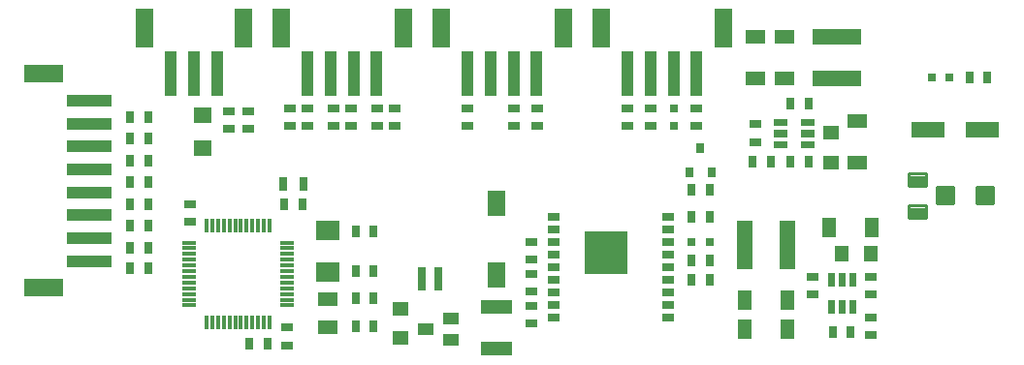
<source format=gtp>
G04 EAGLE Gerber RS-274X export*
G75*
%MOMM*%
%FSLAX25Y25*%
%LPD*%
%AMOC8*
5,1,8,0,0,1.08239X$1,22.5*%
G01*
%ADD10R,1.200000X0.300000*%
%ADD11R,0.300000X1.200000*%
%ADD12R,1.000000X0.800000*%
%ADD13R,3.700000X3.700000*%
%ADD14R,1.000000X0.650000*%
%ADD15C,0.060000*%
%ADD16R,0.650000X1.000000*%
%ADD17R,1.200000X1.400000*%
%ADD18R,1.300000X1.800000*%
%ADD19R,1.400000X4.200000*%
%ADD20R,1.400000X1.200000*%
%ADD21R,1.800000X1.300000*%
%ADD22R,4.200000X1.400000*%
%ADD23R,4.000000X1.000000*%
%ADD24R,3.400000X1.500000*%
%ADD25R,1.000000X4.000000*%
%ADD26R,1.500000X3.400000*%
%ADD27R,0.650000X2.100000*%
%ADD28R,2.000000X1.700000*%
%ADD29R,1.600000X1.400000*%
%ADD30R,0.800000X1.200000*%
%ADD31R,2.800000X1.300000*%
%ADD32R,1.400000X1.000000*%
%ADD33R,1.600000X2.300000*%
%ADD34R,0.800000X0.900000*%
%ADD35R,0.800000X0.800000*%
%ADD36R,3.000000X1.400000*%
%ADD37C,0.340000*%
%ADD38C,0.290000*%


D10*
X2355400Y512400D03*
X2355400Y562400D03*
X2355400Y612400D03*
X2355400Y662400D03*
X2355400Y712400D03*
X2355400Y762400D03*
X2355400Y812400D03*
X2355400Y862400D03*
X2355400Y912400D03*
X2355400Y962400D03*
X2355400Y1012400D03*
X2355400Y1062400D03*
D11*
X2205400Y1212400D03*
X2155400Y1212400D03*
X2105400Y1212400D03*
X2055400Y1212400D03*
X2005400Y1212400D03*
X1955400Y1212400D03*
X1905400Y1212400D03*
X1855400Y1212400D03*
X1805400Y1212400D03*
X1755400Y1212400D03*
X1705400Y1212400D03*
X1655400Y1212400D03*
D10*
X1505400Y1062400D03*
X1505400Y1012400D03*
X1505400Y962400D03*
X1505400Y912400D03*
X1505400Y862400D03*
X1505400Y812400D03*
X1505400Y762400D03*
X1505400Y712400D03*
X1505400Y662400D03*
X1505400Y612400D03*
X1505400Y562400D03*
X1505400Y512400D03*
D11*
X1655400Y362400D03*
X1705400Y362400D03*
X1755400Y362400D03*
X1805400Y362400D03*
X1855400Y362400D03*
X1905400Y362400D03*
X1955400Y362400D03*
X2005400Y362400D03*
X2055400Y362400D03*
X2105400Y362400D03*
X2155400Y362400D03*
X2205400Y362400D03*
D12*
X5689600Y1287000D03*
X5689600Y1177000D03*
X5689600Y1067000D03*
X5689600Y957000D03*
X5689600Y847000D03*
X5689600Y737000D03*
X5689600Y627000D03*
X5689600Y517000D03*
X5689600Y407000D03*
X4689600Y407000D03*
X4689600Y1287000D03*
X4689600Y1177000D03*
X4689600Y1067000D03*
X4689600Y957000D03*
X4689600Y847000D03*
X4689600Y737000D03*
X4689600Y627000D03*
X4689600Y517000D03*
D13*
X5139600Y972000D03*
D14*
X6946900Y763300D03*
X6946900Y608300D03*
X7454900Y608300D03*
X7454900Y763300D03*
D15*
X7132900Y799300D02*
X7132900Y685300D01*
X7078900Y685300D01*
X7078900Y799300D01*
X7132900Y799300D01*
X7132900Y691000D02*
X7078900Y691000D01*
X7078900Y696700D02*
X7132900Y696700D01*
X7132900Y702400D02*
X7078900Y702400D01*
X7078900Y708100D02*
X7132900Y708100D01*
X7132900Y713800D02*
X7078900Y713800D01*
X7078900Y719500D02*
X7132900Y719500D01*
X7132900Y725200D02*
X7078900Y725200D01*
X7078900Y730900D02*
X7132900Y730900D01*
X7132900Y736600D02*
X7078900Y736600D01*
X7078900Y742300D02*
X7132900Y742300D01*
X7132900Y748000D02*
X7078900Y748000D01*
X7078900Y753700D02*
X7132900Y753700D01*
X7132900Y759400D02*
X7078900Y759400D01*
X7078900Y765100D02*
X7132900Y765100D01*
X7132900Y770800D02*
X7078900Y770800D01*
X7078900Y776500D02*
X7132900Y776500D01*
X7132900Y782200D02*
X7078900Y782200D01*
X7078900Y787900D02*
X7132900Y787900D01*
X7132900Y793600D02*
X7078900Y793600D01*
X7078900Y799300D02*
X7132900Y799300D01*
X7322900Y559300D02*
X7322900Y445300D01*
X7268900Y445300D01*
X7268900Y559300D01*
X7322900Y559300D01*
X7322900Y451000D02*
X7268900Y451000D01*
X7268900Y456700D02*
X7322900Y456700D01*
X7322900Y462400D02*
X7268900Y462400D01*
X7268900Y468100D02*
X7322900Y468100D01*
X7322900Y473800D02*
X7268900Y473800D01*
X7268900Y479500D02*
X7322900Y479500D01*
X7322900Y485200D02*
X7268900Y485200D01*
X7268900Y490900D02*
X7322900Y490900D01*
X7322900Y496600D02*
X7268900Y496600D01*
X7268900Y502300D02*
X7322900Y502300D01*
X7322900Y508000D02*
X7268900Y508000D01*
X7268900Y513700D02*
X7322900Y513700D01*
X7322900Y519400D02*
X7268900Y519400D01*
X7268900Y525100D02*
X7322900Y525100D01*
X7322900Y530800D02*
X7268900Y530800D01*
X7268900Y536500D02*
X7322900Y536500D01*
X7322900Y542200D02*
X7268900Y542200D01*
X7268900Y547900D02*
X7322900Y547900D01*
X7322900Y553600D02*
X7268900Y553600D01*
X7268900Y559300D02*
X7322900Y559300D01*
X7132900Y559300D02*
X7132900Y445300D01*
X7078900Y445300D01*
X7078900Y559300D01*
X7132900Y559300D01*
X7132900Y451000D02*
X7078900Y451000D01*
X7078900Y456700D02*
X7132900Y456700D01*
X7132900Y462400D02*
X7078900Y462400D01*
X7078900Y468100D02*
X7132900Y468100D01*
X7132900Y473800D02*
X7078900Y473800D01*
X7078900Y479500D02*
X7132900Y479500D01*
X7132900Y485200D02*
X7078900Y485200D01*
X7078900Y490900D02*
X7132900Y490900D01*
X7132900Y496600D02*
X7078900Y496600D01*
X7078900Y502300D02*
X7132900Y502300D01*
X7132900Y508000D02*
X7078900Y508000D01*
X7078900Y513700D02*
X7132900Y513700D01*
X7132900Y519400D02*
X7078900Y519400D01*
X7078900Y525100D02*
X7132900Y525100D01*
X7132900Y530800D02*
X7078900Y530800D01*
X7078900Y536500D02*
X7132900Y536500D01*
X7132900Y542200D02*
X7078900Y542200D01*
X7078900Y547900D02*
X7132900Y547900D01*
X7132900Y553600D02*
X7078900Y553600D01*
X7078900Y559300D02*
X7132900Y559300D01*
X7227900Y559300D02*
X7227900Y445300D01*
X7173900Y445300D01*
X7173900Y559300D01*
X7227900Y559300D01*
X7227900Y451000D02*
X7173900Y451000D01*
X7173900Y456700D02*
X7227900Y456700D01*
X7227900Y462400D02*
X7173900Y462400D01*
X7173900Y468100D02*
X7227900Y468100D01*
X7227900Y473800D02*
X7173900Y473800D01*
X7173900Y479500D02*
X7227900Y479500D01*
X7227900Y485200D02*
X7173900Y485200D01*
X7173900Y490900D02*
X7227900Y490900D01*
X7227900Y496600D02*
X7173900Y496600D01*
X7173900Y502300D02*
X7227900Y502300D01*
X7227900Y508000D02*
X7173900Y508000D01*
X7173900Y513700D02*
X7227900Y513700D01*
X7227900Y519400D02*
X7173900Y519400D01*
X7173900Y525100D02*
X7227900Y525100D01*
X7227900Y530800D02*
X7173900Y530800D01*
X7173900Y536500D02*
X7227900Y536500D01*
X7227900Y542200D02*
X7173900Y542200D01*
X7173900Y547900D02*
X7227900Y547900D01*
X7227900Y553600D02*
X7173900Y553600D01*
X7173900Y559300D02*
X7227900Y559300D01*
X7322900Y685300D02*
X7322900Y799300D01*
X7322900Y685300D02*
X7268900Y685300D01*
X7268900Y799300D01*
X7322900Y799300D01*
X7322900Y691000D02*
X7268900Y691000D01*
X7268900Y696700D02*
X7322900Y696700D01*
X7322900Y702400D02*
X7268900Y702400D01*
X7268900Y708100D02*
X7322900Y708100D01*
X7322900Y713800D02*
X7268900Y713800D01*
X7268900Y719500D02*
X7322900Y719500D01*
X7322900Y725200D02*
X7268900Y725200D01*
X7268900Y730900D02*
X7322900Y730900D01*
X7322900Y736600D02*
X7268900Y736600D01*
X7268900Y742300D02*
X7322900Y742300D01*
X7322900Y748000D02*
X7268900Y748000D01*
X7268900Y753700D02*
X7322900Y753700D01*
X7322900Y759400D02*
X7268900Y759400D01*
X7268900Y765100D02*
X7322900Y765100D01*
X7322900Y770800D02*
X7268900Y770800D01*
X7268900Y776500D02*
X7322900Y776500D01*
X7322900Y782200D02*
X7268900Y782200D01*
X7268900Y787900D02*
X7322900Y787900D01*
X7322900Y793600D02*
X7268900Y793600D01*
X7268900Y799300D02*
X7322900Y799300D01*
X7227900Y799300D02*
X7227900Y685300D01*
X7173900Y685300D01*
X7173900Y799300D01*
X7227900Y799300D01*
X7227900Y691000D02*
X7173900Y691000D01*
X7173900Y696700D02*
X7227900Y696700D01*
X7227900Y702400D02*
X7173900Y702400D01*
X7173900Y708100D02*
X7227900Y708100D01*
X7227900Y713800D02*
X7173900Y713800D01*
X7173900Y719500D02*
X7227900Y719500D01*
X7227900Y725200D02*
X7173900Y725200D01*
X7173900Y730900D02*
X7227900Y730900D01*
X7227900Y736600D02*
X7173900Y736600D01*
X7173900Y742300D02*
X7227900Y742300D01*
X7227900Y748000D02*
X7173900Y748000D01*
X7173900Y753700D02*
X7227900Y753700D01*
X7227900Y759400D02*
X7173900Y759400D01*
X7173900Y765100D02*
X7227900Y765100D01*
X7227900Y770800D02*
X7173900Y770800D01*
X7173900Y776500D02*
X7227900Y776500D01*
X7227900Y782200D02*
X7173900Y782200D01*
X7173900Y787900D02*
X7227900Y787900D01*
X7227900Y793600D02*
X7173900Y793600D01*
X7173900Y799300D02*
X7227900Y799300D01*
D16*
X7123400Y279400D03*
X7278400Y279400D03*
D17*
X7457900Y965200D03*
X7197900Y965200D03*
D18*
X6725500Y304800D03*
X6355500Y304800D03*
X6725500Y558800D03*
X6355500Y558800D03*
D19*
X6725500Y1041400D03*
X6355500Y1041400D03*
D18*
X7462100Y1193800D03*
X7092100Y1193800D03*
D14*
X7454900Y407700D03*
X7454900Y252700D03*
D16*
X6910100Y2273300D03*
X6755100Y2273300D03*
X6755100Y1765300D03*
X6910100Y1765300D03*
D15*
X6958800Y2087300D02*
X6844800Y2087300D01*
X6844800Y2141300D01*
X6958800Y2141300D01*
X6958800Y2087300D01*
X6958800Y2093000D02*
X6844800Y2093000D01*
X6844800Y2098700D02*
X6958800Y2098700D01*
X6958800Y2104400D02*
X6844800Y2104400D01*
X6844800Y2110100D02*
X6958800Y2110100D01*
X6958800Y2115800D02*
X6844800Y2115800D01*
X6844800Y2121500D02*
X6958800Y2121500D01*
X6958800Y2127200D02*
X6844800Y2127200D01*
X6844800Y2132900D02*
X6958800Y2132900D01*
X6958800Y2138600D02*
X6844800Y2138600D01*
X6718800Y1897300D02*
X6604800Y1897300D01*
X6604800Y1951300D01*
X6718800Y1951300D01*
X6718800Y1897300D01*
X6718800Y1903000D02*
X6604800Y1903000D01*
X6604800Y1908700D02*
X6718800Y1908700D01*
X6718800Y1914400D02*
X6604800Y1914400D01*
X6604800Y1920100D02*
X6718800Y1920100D01*
X6718800Y1925800D02*
X6604800Y1925800D01*
X6604800Y1931500D02*
X6718800Y1931500D01*
X6718800Y1937200D02*
X6604800Y1937200D01*
X6604800Y1942900D02*
X6718800Y1942900D01*
X6718800Y1948600D02*
X6604800Y1948600D01*
X6604800Y2087300D02*
X6718800Y2087300D01*
X6604800Y2087300D02*
X6604800Y2141300D01*
X6718800Y2141300D01*
X6718800Y2087300D01*
X6718800Y2093000D02*
X6604800Y2093000D01*
X6604800Y2098700D02*
X6718800Y2098700D01*
X6718800Y2104400D02*
X6604800Y2104400D01*
X6604800Y2110100D02*
X6718800Y2110100D01*
X6718800Y2115800D02*
X6604800Y2115800D01*
X6604800Y2121500D02*
X6718800Y2121500D01*
X6718800Y2127200D02*
X6604800Y2127200D01*
X6604800Y2132900D02*
X6718800Y2132900D01*
X6718800Y2138600D02*
X6604800Y2138600D01*
X6604800Y1992300D02*
X6718800Y1992300D01*
X6604800Y1992300D02*
X6604800Y2046300D01*
X6718800Y2046300D01*
X6718800Y1992300D01*
X6718800Y1998000D02*
X6604800Y1998000D01*
X6604800Y2003700D02*
X6718800Y2003700D01*
X6718800Y2009400D02*
X6604800Y2009400D01*
X6604800Y2015100D02*
X6718800Y2015100D01*
X6718800Y2020800D02*
X6604800Y2020800D01*
X6604800Y2026500D02*
X6718800Y2026500D01*
X6718800Y2032200D02*
X6604800Y2032200D01*
X6604800Y2037900D02*
X6718800Y2037900D01*
X6718800Y2043600D02*
X6604800Y2043600D01*
X6844800Y1897300D02*
X6958800Y1897300D01*
X6844800Y1897300D02*
X6844800Y1951300D01*
X6958800Y1951300D01*
X6958800Y1897300D01*
X6958800Y1903000D02*
X6844800Y1903000D01*
X6844800Y1908700D02*
X6958800Y1908700D01*
X6958800Y1914400D02*
X6844800Y1914400D01*
X6844800Y1920100D02*
X6958800Y1920100D01*
X6958800Y1925800D02*
X6844800Y1925800D01*
X6844800Y1931500D02*
X6958800Y1931500D01*
X6958800Y1937200D02*
X6844800Y1937200D01*
X6844800Y1942900D02*
X6958800Y1942900D01*
X6958800Y1948600D02*
X6844800Y1948600D01*
X6844800Y1992300D02*
X6958800Y1992300D01*
X6844800Y1992300D02*
X6844800Y2046300D01*
X6958800Y2046300D01*
X6958800Y1992300D01*
X6958800Y1998000D02*
X6844800Y1998000D01*
X6844800Y2003700D02*
X6958800Y2003700D01*
X6958800Y2009400D02*
X6844800Y2009400D01*
X6844800Y2015100D02*
X6958800Y2015100D01*
X6958800Y2020800D02*
X6844800Y2020800D01*
X6844800Y2026500D02*
X6958800Y2026500D01*
X6958800Y2032200D02*
X6844800Y2032200D01*
X6844800Y2037900D02*
X6958800Y2037900D01*
X6958800Y2043600D02*
X6844800Y2043600D01*
D14*
X6451600Y2096800D03*
X6451600Y1941800D03*
D20*
X7112000Y1762300D03*
X7112000Y2022300D03*
D21*
X6705600Y2494700D03*
X6705600Y2864700D03*
X6451600Y2494700D03*
X6451600Y2864700D03*
D22*
X7162800Y2494700D03*
X7162800Y2864700D03*
D21*
X7340600Y1758100D03*
X7340600Y2128100D03*
D16*
X6579900Y1765300D03*
X6424900Y1765300D03*
D23*
X635000Y2301200D03*
X635000Y2101200D03*
X635000Y1901200D03*
X635000Y1701200D03*
X635000Y1501200D03*
X635000Y1301200D03*
X635000Y1101200D03*
X635000Y901200D03*
D24*
X235000Y666200D03*
X235000Y2536200D03*
D25*
X5934000Y2540000D03*
X5734000Y2540000D03*
X5534000Y2540000D03*
X5334000Y2540000D03*
D26*
X5099000Y2940000D03*
X6169000Y2940000D03*
D25*
X3140000Y2540000D03*
X2940000Y2540000D03*
X2740000Y2540000D03*
X2540000Y2540000D03*
D26*
X2305000Y2940000D03*
X3375000Y2940000D03*
D25*
X4537000Y2540000D03*
X4337000Y2540000D03*
X4137000Y2540000D03*
X3937000Y2540000D03*
D26*
X3702000Y2940000D03*
X4772000Y2940000D03*
D16*
X1144300Y2159000D03*
X989300Y2159000D03*
X1144300Y1968500D03*
X989300Y1968500D03*
X1144300Y1778000D03*
X989300Y1778000D03*
X1144300Y1397000D03*
X989300Y1397000D03*
X1144300Y1206500D03*
X989300Y1206500D03*
X1144300Y1587500D03*
X989300Y1587500D03*
X1144300Y1016000D03*
X989300Y1016000D03*
X1144300Y838200D03*
X989300Y838200D03*
D14*
X1854200Y2211100D03*
X1854200Y2056100D03*
X2019300Y2056100D03*
X2019300Y2211100D03*
X5537200Y2081500D03*
X5537200Y2236500D03*
X3937000Y2081500D03*
X3937000Y2236500D03*
X4343400Y2081500D03*
X4343400Y2236500D03*
X4546600Y2081500D03*
X4546600Y2236500D03*
X5334000Y2081500D03*
X5334000Y2236500D03*
D27*
X3681800Y744600D03*
X3531800Y744600D03*
D28*
X2717800Y800100D03*
X2717800Y1170100D03*
D21*
X2717800Y317500D03*
X2717800Y567500D03*
D16*
X3112800Y812800D03*
X2957800Y812800D03*
X3112800Y1155700D03*
X2957800Y1155700D03*
X3112800Y330200D03*
X2957800Y330200D03*
X3112800Y571500D03*
X2957800Y571500D03*
D29*
X1625600Y1892000D03*
X1625600Y2172000D03*
D14*
X1511300Y1398300D03*
X1511300Y1243300D03*
D16*
X2030700Y177800D03*
X2185700Y177800D03*
X6046500Y736600D03*
X5891500Y736600D03*
X5891500Y1282700D03*
X6046500Y1282700D03*
D14*
X4495800Y633700D03*
X4495800Y788700D03*
X4495800Y1068100D03*
X4495800Y913100D03*
D30*
X2503000Y1574800D03*
X2323000Y1574800D03*
D16*
X2490500Y1397000D03*
X2335500Y1397000D03*
D31*
X4191000Y502500D03*
X4191000Y132500D03*
D14*
X4495800Y509300D03*
X4495800Y354300D03*
D32*
X3793000Y209800D03*
X3793000Y399800D03*
X3573000Y304800D03*
D20*
X3352800Y225600D03*
X3352800Y485600D03*
D14*
X2362200Y318800D03*
X2362200Y163800D03*
D33*
X4191000Y777200D03*
X4191000Y1407200D03*
D14*
X3302000Y2081500D03*
X3302000Y2236500D03*
X2921000Y2081500D03*
X2921000Y2236500D03*
X2540000Y2081500D03*
X2540000Y2236500D03*
X2387600Y2081500D03*
X2387600Y2236500D03*
X2768600Y2081500D03*
X2768600Y2236500D03*
X3149600Y2081500D03*
X3149600Y2236500D03*
D34*
X5874000Y1678000D03*
X6064000Y1678000D03*
X5969000Y1888000D03*
D16*
X6046500Y1524000D03*
X5891500Y1524000D03*
D35*
X6046500Y1066800D03*
X5891500Y1066800D03*
D16*
X6046500Y901700D03*
X5891500Y901700D03*
D36*
X7951500Y2044700D03*
X8431500Y2044700D03*
D37*
X8178400Y1541200D02*
X8178400Y1405200D01*
X8042400Y1405200D01*
X8042400Y1541200D01*
X8178400Y1541200D01*
X8178400Y1437500D02*
X8042400Y1437500D01*
X8042400Y1469800D02*
X8178400Y1469800D01*
X8178400Y1502100D02*
X8042400Y1502100D01*
X8042400Y1534400D02*
X8178400Y1534400D01*
X8518400Y1541200D02*
X8518400Y1405200D01*
X8382400Y1405200D01*
X8382400Y1541200D01*
X8518400Y1541200D01*
X8518400Y1437500D02*
X8382400Y1437500D01*
X8382400Y1469800D02*
X8518400Y1469800D01*
X8518400Y1502100D02*
X8382400Y1502100D01*
X8382400Y1534400D02*
X8518400Y1534400D01*
D38*
X7936800Y1555200D02*
X7785800Y1555200D01*
X7785800Y1671200D01*
X7936800Y1671200D01*
X7936800Y1555200D01*
X7936800Y1582750D02*
X7785800Y1582750D01*
X7785800Y1610300D02*
X7936800Y1610300D01*
X7936800Y1637850D02*
X7785800Y1637850D01*
X7785800Y1665400D02*
X7936800Y1665400D01*
X7936800Y1275200D02*
X7785800Y1275200D01*
X7785800Y1391200D01*
X7936800Y1391200D01*
X7936800Y1275200D01*
X7936800Y1302750D02*
X7785800Y1302750D01*
X7785800Y1330300D02*
X7936800Y1330300D01*
X7936800Y1357850D02*
X7785800Y1357850D01*
X7785800Y1385400D02*
X7936800Y1385400D01*
D35*
X7987000Y2501900D03*
X8142000Y2501900D03*
D16*
X8317200Y2501900D03*
X8472200Y2501900D03*
D35*
X5740400Y2236500D03*
X5740400Y2081500D03*
D14*
X5930900Y2236500D03*
X5930900Y2081500D03*
D25*
X1746200Y2540000D03*
X1546200Y2540000D03*
X1346200Y2540000D03*
D26*
X1111200Y2940000D03*
X1981200Y2940000D03*
M02*

</source>
